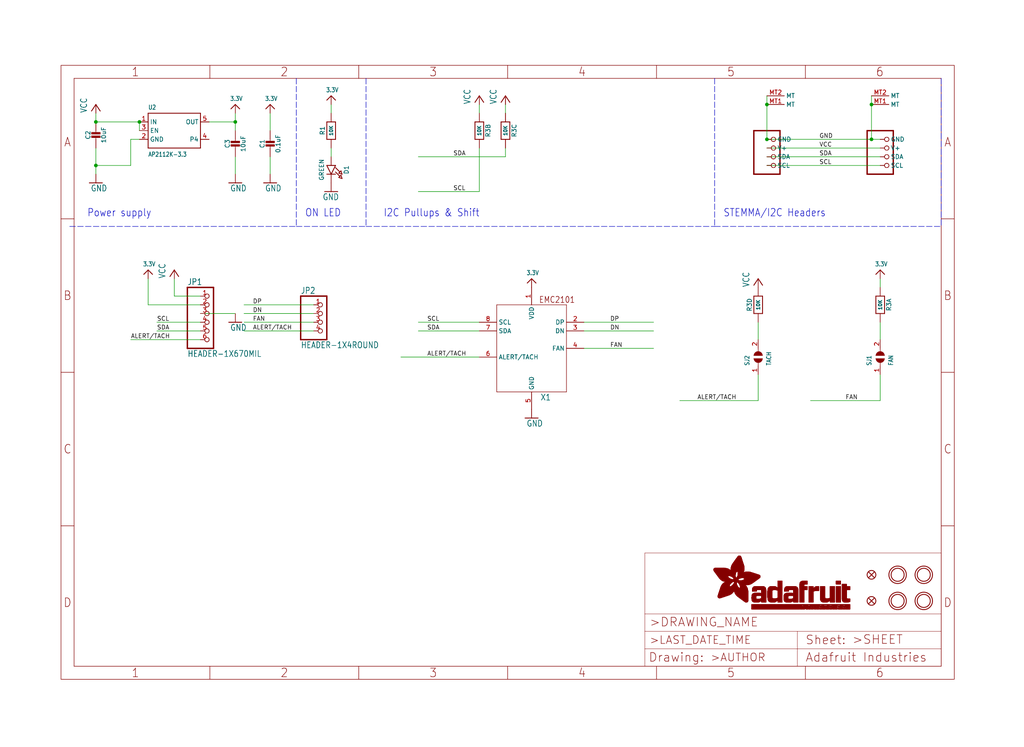
<source format=kicad_sch>
(kicad_sch (version 20211123) (generator eeschema)
  (paper "User" 298.45 217.881)
  (lib_symbols
    (symbol "eagleSchem-eagle-import:3.3V" (power)
      (property "Value" "3.3V" (at -1.524 1.016 0))
      (symbol "3.3V_1_0"
        (pin power_in line (at 0 -2.54 90) (length 2.54) (name "3.3V") (number "1"))
      )
    )
    (symbol "eagleSchem-eagle-import:CAP_CERAMIC0603_NO"
      (property "Reference" "C" (at -2.29 1.25 90))
      (property "Value" "CAP_CERAMIC0603_NO" (at 2.3 1.25 90))
      (symbol "CAP_CERAMIC0603_NO_1_0"
        (pin passive line (at 0 5.08 270) (length 2.54) (name "1") (number "1"))
        (pin passive line (at 0 -2.54 90) (length 2.54) (name "2") (number "2"))
      )
    )
    (symbol "eagleSchem-eagle-import:CAP_CERAMIC0805-NOOUTLINE"
      (property "Reference" "C" (at -2.29 1.25 90))
      (property "Value" "CAP_CERAMIC0805-NOOUTLINE" (at 2.3 1.25 90))
      (symbol "CAP_CERAMIC0805-NOOUTLINE_1_0"
        (pin passive line (at 0 5.08 270) (length 2.54) (name "1") (number "1"))
        (pin passive line (at 0 -2.54 90) (length 2.54) (name "2") (number "2"))
      )
    )
    (symbol "eagleSchem-eagle-import:EMC2101-AZCL"
      (property "Reference" "X" (at 2.54 -15.24 0))
      (symbol "EMC2101-AZCL_1_0"
        (text "EMC2101" (at 12.7 15.24 0) (effects (font (size 1.778 1.5113)) (justify right top)))
        (pin power_in line (at 0 17.78 270) (length 5.08) (name "VDD") (number "1"))
        (pin input line (at 15.24 7.62 180) (length 5.08) (name "DP") (number "2"))
        (pin input line (at 15.24 5.08 180) (length 5.08) (name "DN") (number "3"))
        (pin output line (at 15.24 0 180) (length 5.08) (name "FAN") (number "4"))
        (pin power_in line (at 0 -17.78 90) (length 5.08) (name "GND") (number "5"))
        (pin bidirectional line (at -15.24 -2.54 0) (length 5.08) (name "ALERT/TACH") (number "6"))
        (pin bidirectional line (at -15.24 5.08 0) (length 5.08) (name "SDA") (number "7"))
        (pin bidirectional line (at -15.24 7.62 0) (length 5.08) (name "SCL") (number "8"))
      )
    )
    (symbol "eagleSchem-eagle-import:FIDUCIAL_1MM")
    (symbol "eagleSchem-eagle-import:FRAME_A4_ADAFRUIT"
      (symbol "FRAME_A4_ADAFRUIT_0_0"
        (text "1" (at 21.6958 1.905 0) (effects (font (size 2.54 2.286))))
        (text "1" (at 21.6958 177.165 0) (effects (font (size 2.54 2.286))))
        (text "2" (at 65.0875 1.905 0) (effects (font (size 2.54 2.286))))
        (text "2" (at 65.0875 177.165 0) (effects (font (size 2.54 2.286))))
        (text "3" (at 108.4792 1.905 0) (effects (font (size 2.54 2.286))))
        (text "3" (at 108.4792 177.165 0) (effects (font (size 2.54 2.286))))
        (text "4" (at 151.8708 1.905 0) (effects (font (size 2.54 2.286))))
        (text "4" (at 151.8708 177.165 0) (effects (font (size 2.54 2.286))))
        (text "5" (at 195.2625 1.905 0) (effects (font (size 2.54 2.286))))
        (text "5" (at 195.2625 177.165 0) (effects (font (size 2.54 2.286))))
        (text "6" (at 238.6542 1.905 0) (effects (font (size 2.54 2.286))))
        (text "6" (at 238.6542 177.165 0) (effects (font (size 2.54 2.286))))
        (text "A" (at 1.905 156.6863 0) (effects (font (size 2.54 2.286))))
        (text "A" (at 258.445 156.6863 0) (effects (font (size 2.54 2.286))))
        (text "B" (at 1.905 111.9188 0) (effects (font (size 2.54 2.286))))
        (text "B" (at 258.445 111.9188 0) (effects (font (size 2.54 2.286))))
        (text "C" (at 1.905 67.1513 0) (effects (font (size 2.54 2.286))))
        (text "C" (at 258.445 67.1513 0) (effects (font (size 2.54 2.286))))
        (text "D" (at 1.905 22.3838 0) (effects (font (size 2.54 2.286))))
        (text "D" (at 258.445 22.3838 0) (effects (font (size 2.54 2.286))))
      )
      (symbol "FRAME_A4_ADAFRUIT_1_0"
        (text ">AUTHOR" (at 189.23 5.08 0) (effects (font (size 2.286 2.286)) (justify left bottom)))
        (text ">DRAWING_NAME" (at 171.45 15.24 0) (effects (font (size 2.54 2.54)) (justify left bottom)))
        (text ">LAST_DATE_TIME" (at 171.45 10.16 0) (effects (font (size 2.286 2.286)) (justify left bottom)))
        (text ">SHEET" (at 230.505 10.16 0) (effects (font (size 2.54 2.54)) (justify left bottom)))
        (text "Adafruit Industries" (at 216.916 4.953 0) (effects (font (size 2.54 2.54)) (justify left bottom)))
        (text "Drawing:" (at 171.196 4.953 0) (effects (font (size 2.54 2.54)) (justify left bottom)))
        (text "Sheet:" (at 216.916 10.033 0) (effects (font (size 2.54 2.54)) (justify left bottom)))
      )
    )
    (symbol "eagleSchem-eagle-import:GND" (power)
      (property "Value" "GND" (at -2.54 -2.54 0))
      (symbol "GND_1_0"
        (pin power_in line (at 0 2.54 270) (length 2.54) (name "GND") (number "1"))
      )
    )
    (symbol "eagleSchem-eagle-import:HEADER-1X4ROUND"
      (property "Reference" "JP" (at -6.35 8.255 0))
      (property "Value" "HEADER-1X4ROUND" (at -6.35 -7.62 0))
      (symbol "HEADER-1X4ROUND_1_0"
        (pin passive inverted (at -2.54 5.08 0) (length 2.54) (name "1") (number "1"))
        (pin passive inverted (at -2.54 2.54 0) (length 2.54) (name "2") (number "2"))
        (pin passive inverted (at -2.54 0 0) (length 2.54) (name "3") (number "3"))
        (pin passive inverted (at -2.54 -2.54 0) (length 2.54) (name "4") (number "4"))
      )
    )
    (symbol "eagleSchem-eagle-import:HEADER-1X670MIL"
      (property "Reference" "JP" (at -6.35 10.795 0))
      (property "Value" "HEADER-1X670MIL" (at -6.35 -10.16 0))
      (symbol "HEADER-1X670MIL_1_0"
        (pin passive inverted (at -2.54 7.62 0) (length 2.54) (name "1") (number "1"))
        (pin passive inverted (at -2.54 5.08 0) (length 2.54) (name "2") (number "2"))
        (pin passive inverted (at -2.54 2.54 0) (length 2.54) (name "3") (number "3"))
        (pin passive inverted (at -2.54 0 0) (length 2.54) (name "4") (number "4"))
        (pin passive inverted (at -2.54 -2.54 0) (length 2.54) (name "5") (number "5"))
        (pin passive inverted (at -2.54 -5.08 0) (length 2.54) (name "6") (number "6"))
      )
    )
    (symbol "eagleSchem-eagle-import:LED0603_NOOUTLINE"
      (property "Reference" "D" (at -1.27 4.445 0))
      (property "Value" "LED0603_NOOUTLINE" (at -1.27 -2.794 0))
      (symbol "LED0603_NOOUTLINE_1_0"
        (pin passive line (at -5.08 0 0) (length 2.54) (name "A") (number "A"))
        (pin passive line (at 2.54 0 180) (length 2.54) (name "C") (number "C"))
      )
    )
    (symbol "eagleSchem-eagle-import:MOUNTINGHOLE2.5")
    (symbol "eagleSchem-eagle-import:RESISTOR_0603MP"
      (property "Reference" "R" (at 0 2.54 0))
      (property "Value" "RESISTOR_0603MP" (at 0 0 0))
      (symbol "RESISTOR_0603MP_1_0"
        (pin passive line (at -5.08 0 0) (length 2.54) (name "1") (number "1"))
        (pin passive line (at 5.08 0 180) (length 2.54) (name "2") (number "2"))
      )
    )
    (symbol "eagleSchem-eagle-import:RESISTOR_4PACK"
      (property "Reference" "R" (at 0 2.54 0))
      (property "Value" "RESISTOR_4PACK" (at 0 0 0))
      (symbol "RESISTOR_4PACK_1_0"
        (pin passive line (at -5.08 0 0) (length 2.54) (name "1") (number "1"))
        (pin passive line (at 5.08 0 180) (length 2.54) (name "2") (number "8"))
      )
      (symbol "RESISTOR_4PACK_2_0"
        (pin passive line (at -5.08 0 0) (length 2.54) (name "1") (number "2"))
        (pin passive line (at 5.08 0 180) (length 2.54) (name "2") (number "7"))
      )
      (symbol "RESISTOR_4PACK_3_0"
        (pin passive line (at -5.08 0 0) (length 2.54) (name "1") (number "3"))
        (pin passive line (at 5.08 0 180) (length 2.54) (name "2") (number "6"))
      )
      (symbol "RESISTOR_4PACK_4_0"
        (pin passive line (at -5.08 0 0) (length 2.54) (name "1") (number "4"))
        (pin passive line (at 5.08 0 180) (length 2.54) (name "2") (number "5"))
      )
    )
    (symbol "eagleSchem-eagle-import:SOLDERJUMPER"
      (property "Reference" "SJ" (at -2.54 2.54 0))
      (property "Value" "SOLDERJUMPER" (at -2.54 -3.81 0))
      (symbol "SOLDERJUMPER_1_0"
        (pin passive line (at -5.08 0 0) (length 2.54) (name "1") (number "1"))
        (pin passive line (at 5.08 0 180) (length 2.54) (name "2") (number "2"))
      )
    )
    (symbol "eagleSchem-eagle-import:SOLDERJUMPERCLOSED"
      (property "Reference" "SJ" (at -2.54 2.54 0))
      (property "Value" "SOLDERJUMPERCLOSED" (at -2.54 -3.81 0))
      (symbol "SOLDERJUMPERCLOSED_1_0"
        (pin passive line (at -5.08 0 0) (length 2.54) (name "1") (number "1"))
        (pin passive line (at 5.08 0 180) (length 2.54) (name "2") (number "2"))
      )
    )
    (symbol "eagleSchem-eagle-import:STEMMA_I2C_QT"
      (symbol "STEMMA_I2C_QT_1_0"
        (pin passive inverted (at 0 5.08 0) (length 2.54) (name "GND") (number "1"))
        (pin passive inverted (at 0 2.54 0) (length 2.54) (name "V+") (number "2"))
        (pin passive inverted (at 0 0 0) (length 2.54) (name "SDA") (number "3"))
        (pin passive inverted (at 0 -2.54 0) (length 2.54) (name "SCL") (number "4"))
      )
      (symbol "STEMMA_I2C_QT_2_0"
        (pin bidirectional line (at 0 0 0) (length 5.08) (name "MT") (number "MT1"))
      )
      (symbol "STEMMA_I2C_QT_3_0"
        (pin bidirectional line (at 0 0 0) (length 5.08) (name "MT") (number "MT2"))
      )
    )
    (symbol "eagleSchem-eagle-import:VCC" (power)
      (property "Value" "VCC" (at -2.54 -2.54 90))
      (symbol "VCC_1_0"
        (pin power_in line (at 0 -2.54 90) (length 2.54) (name "VCC") (number "1"))
      )
    )
    (symbol "eagleSchem-eagle-import:VREG_SOT23-5"
      (property "Reference" "U" (at -7.62 6.096 0))
      (property "Value" "VREG_SOT23-5" (at -7.62 -7.62 0))
      (symbol "VREG_SOT23-5_1_0"
        (pin power_in line (at -10.16 2.54 0) (length 2.54) (name "IN") (number "1"))
        (pin power_in line (at -10.16 -2.54 0) (length 2.54) (name "GND") (number "2"))
        (pin input line (at -10.16 0 0) (length 2.54) (name "EN") (number "3"))
        (pin bidirectional line (at 10.16 -2.54 180) (length 2.54) (name "P4") (number "4"))
        (pin power_in line (at 10.16 2.54 180) (length 2.54) (name "OUT") (number "5"))
      )
    )
  )
  (junction (at 27.94 35.56))
  (junction (at 223.52 30.48))
  (junction (at 254 30.48))
  (junction (at 40.64 35.56))
  (junction (at 27.94 48.26))
  (junction (at 68.58 35.56))
  (junction (at 254 40.64))
  (junction (at 223.52 40.64))
  (wire (pts (xy 27.94 48.26) (xy 27.94 50.8)))
  (wire (pts (xy 68.58 45.72) (xy 68.58 50.8)))
  (wire (pts (xy 43.18 88.9) (xy 43.18 81.28)))
  (wire (pts (xy 256.54 93.98) (xy 256.54 99.06)))
  (polyline (pts (xy 86.36 22.86) (xy 86.36 66.04)))
  (wire (pts (xy 78.74 45.72) (xy 78.74 50.8)))
  (wire (pts (xy 254 30.48) (xy 254 40.64)))
  (wire (pts (xy 223.52 43.18) (xy 256.54 43.18)))
  (wire (pts (xy 58.42 88.9) (xy 43.18 88.9)))
  (wire (pts (xy 91.44 96.52) (xy 71.12 96.52)))
  (wire (pts (xy 256.54 81.28) (xy 256.54 83.82)))
  (wire (pts (xy 50.8 86.36) (xy 50.8 81.28)))
  (wire (pts (xy 139.7 30.48) (xy 139.7 33.02)))
  (wire (pts (xy 78.74 33.02) (xy 78.74 38.1)))
  (polyline (pts (xy 106.68 66.04) (xy 208.28 66.04)))
  (wire (pts (xy 71.12 93.98) (xy 91.44 93.98)))
  (wire (pts (xy 147.32 45.72) (xy 121.92 45.72)))
  (wire (pts (xy 139.7 93.98) (xy 121.92 93.98)))
  (wire (pts (xy 139.7 55.88) (xy 121.92 55.88)))
  (wire (pts (xy 38.1 48.26) (xy 27.94 48.26)))
  (wire (pts (xy 96.52 45.72) (xy 96.52 43.18)))
  (wire (pts (xy 256.54 116.84) (xy 236.22 116.84)))
  (wire (pts (xy 40.64 38.1) (xy 40.64 35.56)))
  (wire (pts (xy 40.64 40.64) (xy 38.1 40.64)))
  (wire (pts (xy 38.1 40.64) (xy 38.1 48.26)))
  (wire (pts (xy 147.32 43.18) (xy 147.32 45.72)))
  (polyline (pts (xy 208.28 66.04) (xy 274.32 66.04)))
  (wire (pts (xy 220.98 116.84) (xy 198.12 116.84)))
  (polyline (pts (xy 86.36 66.04) (xy 106.68 66.04)))
  (polyline (pts (xy 274.32 22.86) (xy 274.32 66.04)))
  (wire (pts (xy 58.42 99.06) (xy 38.1 99.06)))
  (wire (pts (xy 121.92 96.52) (xy 139.7 96.52)))
  (wire (pts (xy 60.96 35.56) (xy 68.58 35.56)))
  (wire (pts (xy 91.44 88.9) (xy 71.12 88.9)))
  (wire (pts (xy 256.54 45.72) (xy 223.52 45.72)))
  (wire (pts (xy 254 40.64) (xy 223.52 40.64)))
  (wire (pts (xy 223.52 48.26) (xy 256.54 48.26)))
  (wire (pts (xy 71.12 91.44) (xy 91.44 91.44)))
  (wire (pts (xy 256.54 40.64) (xy 254 40.64)))
  (wire (pts (xy 139.7 43.18) (xy 139.7 55.88)))
  (wire (pts (xy 220.98 99.06) (xy 220.98 93.98)))
  (wire (pts (xy 139.7 104.14) (xy 116.84 104.14)))
  (polyline (pts (xy 106.68 22.86) (xy 106.68 66.04)))
  (wire (pts (xy 147.32 33.02) (xy 147.32 30.48)))
  (wire (pts (xy 58.42 91.44) (xy 68.58 91.44)))
  (wire (pts (xy 170.18 93.98) (xy 190.5 93.98)))
  (wire (pts (xy 223.52 30.48) (xy 223.52 40.64)))
  (wire (pts (xy 58.42 93.98) (xy 45.72 93.98)))
  (wire (pts (xy 27.94 48.26) (xy 27.94 43.18)))
  (wire (pts (xy 58.42 96.52) (xy 45.72 96.52)))
  (wire (pts (xy 68.58 35.56) (xy 68.58 38.1)))
  (wire (pts (xy 58.42 86.36) (xy 50.8 86.36)))
  (wire (pts (xy 96.52 30.48) (xy 96.52 33.02)))
  (wire (pts (xy 256.54 109.22) (xy 256.54 116.84)))
  (wire (pts (xy 27.94 33.02) (xy 27.94 35.56)))
  (wire (pts (xy 170.18 101.6) (xy 190.5 101.6)))
  (polyline (pts (xy 20.32 66.04) (xy 86.36 66.04)))
  (wire (pts (xy 220.98 109.22) (xy 220.98 116.84)))
  (wire (pts (xy 254 27.94) (xy 254 30.48)))
  (wire (pts (xy 40.64 35.56) (xy 27.94 35.56)))
  (wire (pts (xy 170.18 96.52) (xy 190.5 96.52)))
  (wire (pts (xy 68.58 35.56) (xy 68.58 33.02)))
  (wire (pts (xy 223.52 27.94) (xy 223.52 30.48)))
  (polyline (pts (xy 208.28 22.86) (xy 208.28 66.04)))
  (text "STEMMA/I2C Headers" (at 210.82 63.5 180) (effects (font (size 2.1844 1.8567)) (justify left bottom)))
  (text "ON LED" (at 88.9 63.5 180) (effects (font (size 2.1844 1.8567)) (justify left bottom)))
  (text "Power supply" (at 25.4 63.5 180) (effects (font (size 2.1844 1.8567)) (justify left bottom)))
  (text "I2C Pullups & Shift" (at 111.76 63.5 180) (effects (font (size 2.1844 1.8567)) (justify left bottom)))
  (label "DN" (at 73.66 91.44 0) (effects (font (size 1.2446 1.2446))))
  (label "SDA" (at 45.72 96.52 0) (effects (font (size 1.2446 1.2446))))
  (label "FAN" (at 246.38 116.84 0) (effects (font (size 1.2446 1.2446))))
  (label "SDA" (at 124.46 96.52 0) (effects (font (size 1.2446 1.2446))))
  (label "ALERT/TACH" (at 124.46 104.14 0) (effects (font (size 1.2446 1.2446))))
  (label "SCL" (at 124.46 93.98 0) (effects (font (size 1.2446 1.2446))))
  (label "SCL" (at 45.72 93.98 0) (effects (font (size 1.2446 1.2446))))
  (label "SDA" (at 238.76 45.72 0) (effects (font (size 1.2446 1.2446))))
  (label "GND" (at 238.76 40.64 0) (effects (font (size 1.2446 1.2446))))
  (label "ALERT/TACH" (at 203.2 116.84 0) (effects (font (size 1.2446 1.2446))))
  (label "SDA" (at 132.08 45.72 0) (effects (font (size 1.2446 1.2446))))
  (label "DP" (at 73.66 88.9 0) (effects (font (size 1.2446 1.2446))))
  (label "FAN" (at 73.66 93.98 0) (effects (font (size 1.2446 1.2446))))
  (label "ALERT/TACH" (at 73.66 96.52 0) (effects (font (size 1.2446 1.2446))))
  (label "FAN" (at 177.8 101.6 0) (effects (font (size 1.2446 1.2446))))
  (label "VCC" (at 238.76 43.18 0) (effects (font (size 1.2446 1.2446))))
  (label "ALERT/TACH" (at 38.1 99.06 0) (effects (font (size 1.2446 1.2446))))
  (label "DP" (at 177.8 93.98 0) (effects (font (size 1.2446 1.2446))))
  (label "SCL" (at 132.08 55.88 0) (effects (font (size 1.2446 1.2446))))
  (label "DN" (at 177.8 96.52 0) (effects (font (size 1.2446 1.2446))))
  (label "SCL" (at 238.76 48.26 0) (effects (font (size 1.2446 1.2446))))
  (symbol (lib_id "eagleSchem-eagle-import:3.3V") (at 43.18 78.74 0) (unit 1)
    (property "Reference" "#U$16" (effects hide))
    (property "Value" "3.3V" (at 41.656 77.724 0) (effects (font (size 1.27 1.0795)) (justify left bottom)))
    (property "Footprint" "eagleSchem:" (effects hide))
  )
  (symbol (lib_id "eagleSchem-eagle-import:STEMMA_I2C_QT") (at 254 30.48 0) (unit 2)
    (property "Reference" "CONN4" (effects hide))
    (property "Value" "STEMMA_I2C_QT" (effects hide))
    (property "Footprint" "eagleSchem:JST_SH4" (effects hide))
  )
  (symbol (lib_id "eagleSchem-eagle-import:3.3V") (at 154.94 81.28 0) (unit 1)
    (property "Reference" "#U$2" (effects hide))
    (property "Value" "3.3V" (at 153.416 80.264 0) (effects (font (size 1.27 1.0795)) (justify left bottom)))
    (property "Footprint" "eagleSchem:" (effects hide))
  )
  (symbol (lib_id "eagleSchem-eagle-import:VCC") (at 220.98 81.28 0) (unit 1)
    (property "Reference" "#P+5" (effects hide))
    (property "Value" "VCC" (at 218.44 83.82 90) (effects (font (size 1.778 1.5113)) (justify left bottom)))
    (property "Footprint" "eagleSchem:" (effects hide))
  )
  (symbol (lib_id "eagleSchem-eagle-import:VCC") (at 147.32 27.94 0) (unit 1)
    (property "Reference" "#P+2" (effects hide))
    (property "Value" "VCC" (at 144.78 30.48 90) (effects (font (size 1.778 1.5113)) (justify left bottom)))
    (property "Footprint" "eagleSchem:" (effects hide))
  )
  (symbol (lib_id "eagleSchem-eagle-import:EMC2101-AZCL") (at 154.94 101.6 0) (unit 1)
    (property "Reference" "X1" (at 157.48 116.84 0) (effects (font (size 1.778 1.5113)) (justify left bottom)))
    (property "Value" "EMC2101-AZCL" (effects hide))
    (property "Footprint" "eagleSchem:MSOP8_0.65MM" (effects hide))
  )
  (symbol (lib_id "eagleSchem-eagle-import:FRAME_A4_ADAFRUIT") (at 17.78 198.12 0) (unit 1)
    (property "Reference" "#U$18" (effects hide))
    (property "Value" "FRAME_A4_ADAFRUIT" (effects hide))
    (property "Footprint" "eagleSchem:" (effects hide))
  )
  (symbol (lib_id "eagleSchem-eagle-import:FIDUCIAL_1MM") (at 254 167.64 0) (unit 1)
    (property "Reference" "FID4" (effects hide))
    (property "Value" "FIDUCIAL_1MM" (effects hide))
    (property "Footprint" "eagleSchem:FIDUCIAL_1MM" (effects hide))
  )
  (symbol (lib_id "eagleSchem-eagle-import:GND") (at 96.52 55.88 0) (unit 1)
    (property "Reference" "#GND6" (effects hide))
    (property "Value" "GND" (at 93.98 58.42 0) (effects (font (size 1.778 1.5113)) (justify left bottom)))
    (property "Footprint" "eagleSchem:" (effects hide))
  )
  (symbol (lib_id "eagleSchem-eagle-import:STEMMA_I2C_QT") (at 223.52 30.48 0) (unit 2)
    (property "Reference" "CONN3" (effects hide))
    (property "Value" "STEMMA_I2C_QT" (effects hide))
    (property "Footprint" "eagleSchem:JST_SH4" (effects hide))
  )
  (symbol (lib_id "eagleSchem-eagle-import:VCC") (at 139.7 27.94 0) (unit 1)
    (property "Reference" "#P+1" (effects hide))
    (property "Value" "VCC" (at 137.16 30.48 90) (effects (font (size 1.778 1.5113)) (justify left bottom)))
    (property "Footprint" "eagleSchem:" (effects hide))
  )
  (symbol (lib_id "eagleSchem-eagle-import:RESISTOR_4PACK") (at 139.7 38.1 270) (unit 2)
    (property "Reference" "R3" (at 142.24 38.1 0))
    (property "Value" "10K" (at 139.7 38.1 0) (effects (font (size 1.016 1.016) bold)))
    (property "Footprint" "eagleSchem:RESPACK_4X0603" (effects hide))
  )
  (symbol (lib_id "eagleSchem-eagle-import:STEMMA_I2C_QT") (at 256.54 45.72 0) (unit 1)
    (property "Reference" "CONN4" (effects hide))
    (property "Value" "STEMMA_I2C_QT" (effects hide))
    (property "Footprint" "eagleSchem:JST_SH4" (effects hide))
  )
  (symbol (lib_id "eagleSchem-eagle-import:CAP_CERAMIC0805-NOOUTLINE") (at 68.58 43.18 0) (unit 1)
    (property "Reference" "C3" (at 66.29 41.93 90))
    (property "Value" "10uF" (at 70.88 41.93 90))
    (property "Footprint" "eagleSchem:0805-NO" (effects hide))
  )
  (symbol (lib_id "eagleSchem-eagle-import:RESISTOR_4PACK") (at 147.32 38.1 270) (unit 3)
    (property "Reference" "R3" (at 149.86 38.1 0))
    (property "Value" "10K" (at 147.32 38.1 0) (effects (font (size 1.016 1.016) bold)))
    (property "Footprint" "eagleSchem:RESPACK_4X0603" (effects hide))
  )
  (symbol (lib_id "eagleSchem-eagle-import:FIDUCIAL_1MM") (at 254 175.26 0) (unit 1)
    (property "Reference" "FID3" (effects hide))
    (property "Value" "FIDUCIAL_1MM" (effects hide))
    (property "Footprint" "eagleSchem:FIDUCIAL_1MM" (effects hide))
  )
  (symbol (lib_id "eagleSchem-eagle-import:GND") (at 78.74 53.34 0) (unit 1)
    (property "Reference" "#U$6" (effects hide))
    (property "Value" "GND" (at 77.216 55.88 0) (effects (font (size 1.778 1.5113)) (justify left bottom)))
    (property "Footprint" "eagleSchem:" (effects hide))
  )
  (symbol (lib_id "eagleSchem-eagle-import:VCC") (at 27.94 30.48 0) (unit 1)
    (property "Reference" "#P+3" (effects hide))
    (property "Value" "VCC" (at 25.4 33.02 90) (effects (font (size 1.778 1.5113)) (justify left bottom)))
    (property "Footprint" "eagleSchem:" (effects hide))
  )
  (symbol (lib_id "eagleSchem-eagle-import:3.3V") (at 68.58 30.48 0) (unit 1)
    (property "Reference" "#U$15" (effects hide))
    (property "Value" "3.3V" (at 67.056 29.464 0) (effects (font (size 1.27 1.0795)) (justify left bottom)))
    (property "Footprint" "eagleSchem:" (effects hide))
  )
  (symbol (lib_id "eagleSchem-eagle-import:RESISTOR_4PACK") (at 220.98 88.9 90) (unit 4)
    (property "Reference" "R3" (at 218.44 88.9 0))
    (property "Value" "10K" (at 220.98 88.9 0) (effects (font (size 1.016 1.016) bold)))
    (property "Footprint" "eagleSchem:RESPACK_4X0603" (effects hide))
  )
  (symbol (lib_id "eagleSchem-eagle-import:3.3V") (at 256.54 78.74 0) (unit 1)
    (property "Reference" "#U$3" (effects hide))
    (property "Value" "3.3V" (at 255.016 77.724 0) (effects (font (size 1.27 1.0795)) (justify left bottom)))
    (property "Footprint" "eagleSchem:" (effects hide))
  )
  (symbol (lib_id "eagleSchem-eagle-import:VCC") (at 50.8 78.74 0) (unit 1)
    (property "Reference" "#P+4" (effects hide))
    (property "Value" "VCC" (at 48.26 81.28 90) (effects (font (size 1.778 1.5113)) (justify left bottom)))
    (property "Footprint" "eagleSchem:" (effects hide))
  )
  (symbol (lib_id "eagleSchem-eagle-import:RESISTOR_0603MP") (at 96.52 38.1 90) (unit 1)
    (property "Reference" "R1" (at 93.98 38.1 0))
    (property "Value" "10K" (at 96.52 38.1 0) (effects (font (size 1.016 1.016) bold)))
    (property "Footprint" "eagleSchem:_0603MP" (effects hide))
  )
  (symbol (lib_id "eagleSchem-eagle-import:GND") (at 68.58 53.34 0) (unit 1)
    (property "Reference" "#U$5" (effects hide))
    (property "Value" "GND" (at 67.056 55.88 0) (effects (font (size 1.778 1.5113)) (justify left bottom)))
    (property "Footprint" "eagleSchem:" (effects hide))
  )
  (symbol (lib_id "eagleSchem-eagle-import:STEMMA_I2C_QT") (at 223.52 45.72 0) (unit 1)
    (property "Reference" "CONN3" (effects hide))
    (property "Value" "STEMMA_I2C_QT" (effects hide))
    (property "Footprint" "eagleSchem:JST_SH4" (effects hide))
  )
  (symbol (lib_id "eagleSchem-eagle-import:CAP_CERAMIC0805-NOOUTLINE") (at 27.94 40.64 0) (unit 1)
    (property "Reference" "C2" (at 25.65 39.39 90))
    (property "Value" "10uF" (at 30.24 39.39 90))
    (property "Footprint" "eagleSchem:0805-NO" (effects hide))
  )
  (symbol (lib_id "eagleSchem-eagle-import:CAP_CERAMIC0603_NO") (at 78.74 43.18 0) (unit 1)
    (property "Reference" "C1" (at 76.45 41.93 90))
    (property "Value" "0.1uF" (at 81.04 41.93 90))
    (property "Footprint" "eagleSchem:0603-NO" (effects hide))
  )
  (symbol (lib_id "eagleSchem-eagle-import:SOLDERJUMPER") (at 220.98 104.14 90) (unit 1)
    (property "Reference" "SJ2" (at 218.44 106.68 0) (effects (font (size 1.27 1.0795)) (justify left bottom)))
    (property "Value" "TACH" (at 224.79 106.68 0) (effects (font (size 1.27 1.0795)) (justify left bottom)))
    (property "Footprint" "eagleSchem:SOLDERJUMPER_ARROW_NOPASTE" (effects hide))
  )
  (symbol (lib_id "eagleSchem-eagle-import:HEADER-1X670MIL") (at 60.96 93.98 0) (unit 1)
    (property "Reference" "JP1" (at 54.61 83.185 0) (effects (font (size 1.778 1.5113)) (justify left bottom)))
    (property "Value" "HEADER-1X670MIL" (at 54.61 104.14 0) (effects (font (size 1.778 1.5113)) (justify left bottom)))
    (property "Footprint" "eagleSchem:1X06_ROUND_70" (effects hide))
  )
  (symbol (lib_id "eagleSchem-eagle-import:MOUNTINGHOLE2.5") (at 269.24 175.26 0) (unit 1)
    (property "Reference" "U$21" (effects hide))
    (property "Value" "MOUNTINGHOLE2.5" (effects hide))
    (property "Footprint" "eagleSchem:MOUNTINGHOLE_2.5_PLATED" (effects hide))
  )
  (symbol (lib_id "eagleSchem-eagle-import:3.3V") (at 96.52 27.94 0) (unit 1)
    (property "Reference" "#U$7" (effects hide))
    (property "Value" "3.3V" (at 94.996 26.924 0) (effects (font (size 1.27 1.0795)) (justify left bottom)))
    (property "Footprint" "eagleSchem:" (effects hide))
  )
  (symbol (lib_id "eagleSchem-eagle-import:STEMMA_I2C_QT") (at 223.52 27.94 0) (unit 3)
    (property "Reference" "CONN3" (effects hide))
    (property "Value" "STEMMA_I2C_QT" (effects hide))
    (property "Footprint" "eagleSchem:JST_SH4" (effects hide))
  )
  (symbol (lib_id "eagleSchem-eagle-import:GND") (at 27.94 53.34 0) (unit 1)
    (property "Reference" "#U$13" (effects hide))
    (property "Value" "GND" (at 26.416 55.88 0) (effects (font (size 1.778 1.5113)) (justify left bottom)))
    (property "Footprint" "eagleSchem:" (effects hide))
  )
  (symbol (lib_id "eagleSchem-eagle-import:LED0603_NOOUTLINE") (at 96.52 50.8 270) (unit 1)
    (property "Reference" "D1" (at 100.965 49.53 0))
    (property "Value" "GREEN" (at 93.726 49.53 0))
    (property "Footprint" "eagleSchem:CHIPLED_0603_NOOUTLINE" (effects hide))
  )
  (symbol (lib_id "eagleSchem-eagle-import:RESISTOR_4PACK") (at 256.54 88.9 270) (unit 1)
    (property "Reference" "R3" (at 259.08 88.9 0))
    (property "Value" "10K" (at 256.54 88.9 0) (effects (font (size 1.016 1.016) bold)))
    (property "Footprint" "eagleSchem:RESPACK_4X0603" (effects hide))
  )
  (symbol (lib_id "eagleSchem-eagle-import:HEADER-1X4ROUND") (at 93.98 93.98 0) (unit 1)
    (property "Reference" "JP2" (at 87.63 85.725 0) (effects (font (size 1.778 1.5113)) (justify left bottom)))
    (property "Value" "HEADER-1X4ROUND" (at 87.63 101.6 0) (effects (font (size 1.778 1.5113)) (justify left bottom)))
    (property "Footprint" "eagleSchem:1X04_ROUND" (effects hide))
  )
  (symbol (lib_id "eagleSchem-eagle-import:3.3V") (at 78.74 30.48 0) (unit 1)
    (property "Reference" "#U$14" (effects hide))
    (property "Value" "3.3V" (at 77.216 29.464 0) (effects (font (size 1.27 1.0795)) (justify left bottom)))
    (property "Footprint" "eagleSchem:" (effects hide))
  )
  (symbol (lib_id "eagleSchem-eagle-import:GND") (at 68.58 93.98 0) (unit 1)
    (property "Reference" "#U$10" (effects hide))
    (property "Value" "GND" (at 67.056 96.52 0) (effects (font (size 1.778 1.5113)) (justify left bottom)))
    (property "Footprint" "eagleSchem:" (effects hide))
  )
  (symbol (lib_id "eagleSchem-eagle-import:MOUNTINGHOLE2.5") (at 261.62 167.64 0) (unit 1)
    (property "Reference" "U$17" (effects hide))
    (property "Value" "MOUNTINGHOLE2.5" (effects hide))
    (property "Footprint" "eagleSchem:MOUNTINGHOLE_2.5_PLATED" (effects hide))
  )
  (symbol (lib_id "eagleSchem-eagle-import:VREG_SOT23-5") (at 50.8 38.1 0) (unit 1)
    (property "Reference" "U2" (at 43.18 32.004 0) (effects (font (size 1.27 1.0795)) (justify left bottom)))
    (property "Value" "AP2112K-3.3" (at 43.18 45.72 0) (effects (font (size 1.27 1.0795)) (justify left bottom)))
    (property "Footprint" "eagleSchem:SOT23-5" (effects hide))
  )
  (symbol (lib_id "eagleSchem-eagle-import:GND") (at 154.94 121.92 0) (unit 1)
    (property "Reference" "#U$4" (effects hide))
    (property "Value" "GND" (at 153.416 124.46 0) (effects (font (size 1.778 1.5113)) (justify left bottom)))
    (property "Footprint" "eagleSchem:" (effects hide))
  )
  (symbol (lib_id "eagleSchem-eagle-import:STEMMA_I2C_QT") (at 254 27.94 0) (unit 3)
    (property "Reference" "CONN4" (effects hide))
    (property "Value" "STEMMA_I2C_QT" (effects hide))
    (property "Footprint" "eagleSchem:JST_SH4" (effects hide))
  )
  (symbol (lib_id "eagleSchem-eagle-import:SOLDERJUMPERCLOSED") (at 256.54 104.14 90) (unit 1)
    (property "Reference" "SJ1" (at 254 106.68 0) (effects (font (size 1.27 1.0795)) (justify left bottom)))
    (property "Value" "FAN" (at 260.35 106.68 0) (effects (font (size 1.27 1.0795)) (justify left bottom)))
    (property "Footprint" "eagleSchem:SOLDERJUMPER_CLOSEDWIRE" (effects hide))
  )
  (symbol (lib_id "eagleSchem-eagle-import:MOUNTINGHOLE2.5") (at 261.62 175.26 0) (unit 1)
    (property "Reference" "U$1" (effects hide))
    (property "Value" "MOUNTINGHOLE2.5" (effects hide))
    (property "Footprint" "eagleSchem:MOUNTINGHOLE_2.5_PLATED" (effects hide))
  )
  (symbol (lib_id "eagleSchem-eagle-import:MOUNTINGHOLE2.5") (at 269.24 167.64 0) (unit 1)
    (property "Reference" "U$19" (effects hide))
    (property "Value" "MOUNTINGHOLE2.5" (effects hide))
    (property "Footprint" "eagleSchem:MOUNTINGHOLE_2.5_PLATED" (effects hide))
  )
)
</source>
